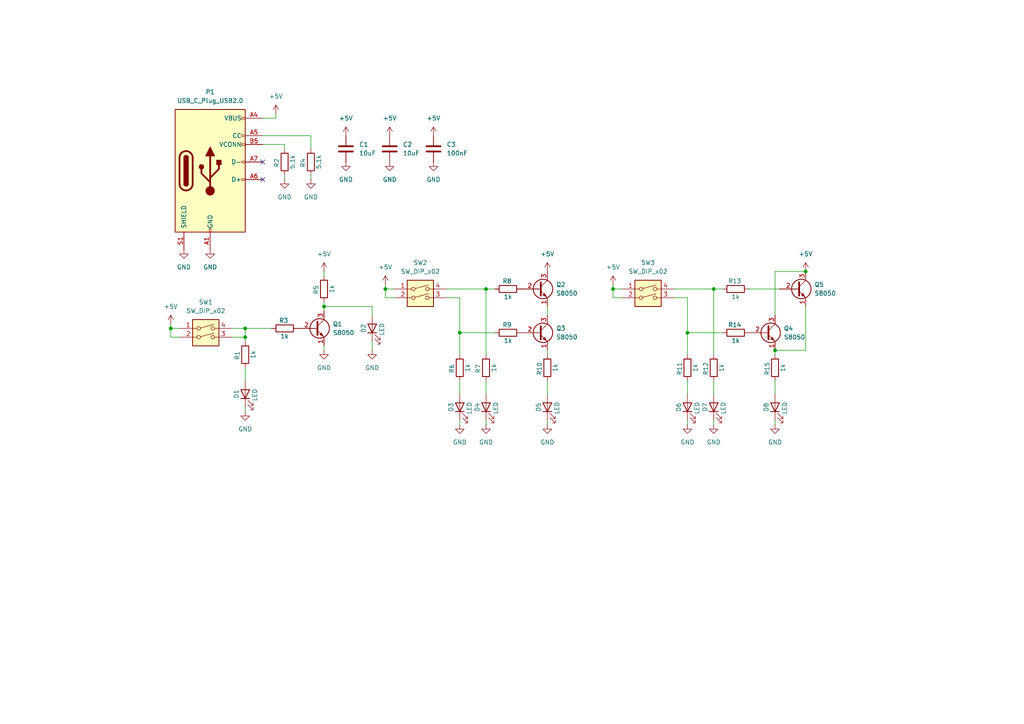
<source format=kicad_sch>
(kicad_sch (version 20231120) (generator "eeschema") (generator_version "8.0")
  (paper "A4")
  (lib_symbols
    (symbol "Connector:USB_C_Plug_USB2.0" (pin_names (offset 1.016))
      (property "Reference" "P" (at -10.16 19.05 0))
      (property "Value" "USB_C_Plug_USB2.0" (at 12.7 19.05 0))
      (symbol "USB_C_Plug_USB2.0_0_0"
        (rectangle (start -0.254 -17.78) (end 0.254 -16.764))
        (rectangle (start 10.16 -2.286) (end 9.144 -2.794))
        (rectangle (start 10.16 2.794) (end 9.144 2.286))
        (rectangle (start 10.16 7.874) (end 9.144 7.366))
        (rectangle (start 10.16 10.414) (end 9.144 9.906))
        (rectangle (start 10.16 15.494) (end 9.144 14.986))
      )
      (symbol "USB_C_Plug_USB2.0_0_1"
        (rectangle (start -10.16 17.78) (end 10.16 -17.78) (stroke (width 0.254)) (fill (type background)))
        (arc (start -8.89 -3.81) (mid -6.985 -5.7067) (end -5.08 -3.81) (stroke (width 0.508)))
        (arc (start -7.62 -3.81) (mid -6.985 -4.4423) (end -6.35 -3.81) (stroke (width 0.254)))
        (arc (start -7.62 -3.81) (mid -6.985 -4.4423) (end -6.35 -3.81) (stroke (width 0.254)) (fill (type outline)))
        (rectangle (start -7.62 -3.81) (end -6.35 3.81) (stroke (width 0.254)) (fill (type outline)))
        (arc (start -6.35 3.81) (mid -6.985 4.4423) (end -7.62 3.81) (stroke (width 0.254)))
        (arc (start -6.35 3.81) (mid -6.985 4.4423) (end -7.62 3.81) (stroke (width 0.254)) (fill (type outline)))
        (arc (start -5.08 3.81) (mid -6.985 5.7067) (end -8.89 3.81) (stroke (width 0.508)))
        (circle (center -2.54 1.143) (radius 0.635) (stroke (width 0.254)) (fill (type outline)))
        (circle (center 0 -5.842) (radius 1.27) (fill (type outline)))
        (polyline (pts (xy -8.89 -3.81) (xy -8.89 3.81)) (stroke (width 0.508)))
        (polyline (pts (xy -5.08 3.81) (xy -5.08 -3.81)) (stroke (width 0.508)))
        (polyline (pts (xy 0 -5.842) (xy 0 4.318)) (stroke (width 0.508)))
        (polyline (pts (xy 0 -3.302) (xy -2.54 -0.762) (xy -2.54 0.508)) (stroke (width 0.508)))
        (polyline (pts (xy 0 -2.032) (xy 2.54 0.508) (xy 2.54 1.778)) (stroke (width 0.508)))
        (polyline (pts (xy -1.27 4.318) (xy 0 6.858) (xy 1.27 4.318) (xy -1.27 4.318)) (stroke (width 0.254)) (fill (type outline)))
        (rectangle (start 1.905 1.778) (end 3.175 3.048) (stroke (width 0.254)) (fill (type outline)))
      )
      (symbol "USB_C_Plug_USB2.0_1_1"
        (pin passive line (at 0 -22.86 90) (length 5.08) (name "GND") (number "A1"))
        (pin passive line (at 0 -22.86 90) (length 5.08) hide (name "GND") (number "A12"))
        (pin passive line (at 15.24 15.24 180) (length 5.08) (name "VBUS") (number "A4"))
        (pin bidirectional line (at 15.24 10.16 180) (length 5.08) (name "CC") (number "A5"))
        (pin bidirectional line (at 15.24 -2.54 180) (length 5.08) (name "D+") (number "A6"))
        (pin bidirectional line (at 15.24 2.54 180) (length 5.08) (name "D-") (number "A7"))
        (pin passive line (at 15.24 15.24 180) (length 5.08) hide (name "VBUS") (number "A9"))
        (pin passive line (at 0 -22.86 90) (length 5.08) hide (name "GND") (number "B1"))
        (pin passive line (at 0 -22.86 90) (length 5.08) hide (name "GND") (number "B12"))
        (pin passive line (at 15.24 15.24 180) (length 5.08) hide (name "VBUS") (number "B4"))
        (pin bidirectional line (at 15.24 7.62 180) (length 5.08) (name "VCONN") (number "B5"))
        (pin passive line (at 15.24 15.24 180) (length 5.08) hide (name "VBUS") (number "B9"))
        (pin passive line (at -7.62 -22.86 90) (length 5.08) (name "SHIELD") (number "S1"))
      )
    )
    (symbol "Device:C" (pin_numbers hide) (pin_names (offset 0.254))
      (property "Reference" "C" (at 0.635 2.54 0))
      (property "Value" "C" (at 0.635 -2.54 0))
      (symbol "C_0_1"
        (polyline (pts (xy -2.032 -0.762) (xy 2.032 -0.762)) (stroke (width 0.508)))
        (polyline (pts (xy -2.032 0.762) (xy 2.032 0.762)) (stroke (width 0.508)))
      )
      (symbol "C_1_1"
        (pin passive line (at 0 3.81 270) (length 2.794) (name "~") (number "1"))
        (pin passive line (at 0 -3.81 90) (length 2.794) (name "~") (number "2"))
      )
    )
    (symbol "Device:LED" (pin_numbers hide) (pin_names (offset 1.016) hide)
      (property "Reference" "D" (at 0 2.54 0))
      (property "Value" "LED" (at 0 -2.54 0))
      (symbol "LED_0_1"
        (polyline (pts (xy -1.27 -1.27) (xy -1.27 1.27)) (stroke (width 0.254)))
        (polyline (pts (xy -1.27 0) (xy 1.27 0)))
        (polyline (pts (xy 1.27 -1.27) (xy 1.27 1.27) (xy -1.27 0) (xy 1.27 -1.27)) (stroke (width 0.254)))
        (polyline (pts (xy -3.048 -0.762) (xy -4.572 -2.286) (xy -3.81 -2.286) (xy -4.572 -2.286) (xy -4.572 -1.524)))
        (polyline (pts (xy -1.778 -0.762) (xy -3.302 -2.286) (xy -2.54 -2.286) (xy -3.302 -2.286) (xy -3.302 -1.524)))
      )
      (symbol "LED_1_1"
        (pin passive line (at -3.81 0 0) (length 2.54) (name "K") (number "1"))
        (pin passive line (at 3.81 0 180) (length 2.54) (name "A") (number "2"))
      )
    )
    (symbol "Device:R" (pin_numbers hide) (pin_names (offset 0))
      (property "Reference" "R" (at 2.032 0 90))
      (property "Value" "R" (at 0 0 90))
      (symbol "R_0_1"
        (rectangle (start -1.016 -2.54) (end 1.016 2.54) (stroke (width 0.254)))
      )
      (symbol "R_1_1"
        (pin passive line (at 0 3.81 270) (length 1.27) (name "~") (number "1"))
        (pin passive line (at 0 -3.81 90) (length 1.27) (name "~") (number "2"))
      )
    )
    (symbol "Switch:SW_DIP_x02" (pin_names (offset 0) hide)
      (property "Reference" "SW" (at 0 6.35 0))
      (property "Value" "SW_DIP_x02" (at 0 -3.81 0))
      (symbol "SW_DIP_x02_0_0"
        (circle (center -2.032 0) (radius 0.508))
        (circle (center -2.032 2.54) (radius 0.508))
        (polyline (pts (xy -1.524 0.127) (xy 2.3622 1.1684)))
        (polyline (pts (xy -1.524 2.667) (xy 2.3622 3.7084)))
        (circle (center 2.032 0) (radius 0.508))
        (circle (center 2.032 2.54) (radius 0.508))
      )
      (symbol "SW_DIP_x02_0_1"
        (rectangle (start -3.81 5.08) (end 3.81 -2.54) (stroke (width 0.254)) (fill (type background)))
      )
      (symbol "SW_DIP_x02_1_1"
        (pin passive line (at -7.62 2.54 0) (length 5.08) (name "~") (number "1"))
        (pin passive line (at -7.62 0 0) (length 5.08) (name "~") (number "2"))
        (pin passive line (at 7.62 0 180) (length 5.08) (name "~") (number "3"))
        (pin passive line (at 7.62 2.54 180) (length 5.08) (name "~") (number "4"))
      )
    )
    (symbol "Transistor_BJT:S8050" (pin_names (offset 0) hide)
      (property "Reference" "Q" (at 5.08 1.905 0))
      (property "Value" "S8050" (at 5.08 0 0))
      (symbol "S8050_0_1"
        (polyline (pts (xy 0 0) (xy 0.635 0)))
        (polyline (pts (xy 0.635 0.635) (xy 2.54 2.54)))
        (polyline (pts (xy 0.635 -0.635) (xy 2.54 -2.54) (xy 2.54 -2.54)))
        (polyline (pts (xy 0.635 1.905) (xy 0.635 -1.905) (xy 0.635 -1.905)) (stroke (width 0.508)))
        (polyline (pts (xy 1.27 -1.778) (xy 1.778 -1.27) (xy 2.286 -2.286) (xy 1.27 -1.778) (xy 1.27 -1.778)) (fill (type outline)))
        (circle (center 1.27 0) (radius 2.8194) (stroke (width 0.254)))
      )
      (symbol "S8050_1_1"
        (pin passive line (at 2.54 -5.08 90) (length 2.54) (name "E") (number "1"))
        (pin input line (at -5.08 0 0) (length 5.08) (name "B") (number "2"))
        (pin passive line (at 2.54 5.08 270) (length 2.54) (name "C") (number "3"))
      )
    )
    (symbol "power:+5V" (power) (pin_numbers hide) (pin_names (offset 0) hide)
      (property "Value" "+5V" (at 0 3.556 0))
      (symbol "+5V_0_1"
        (polyline (pts (xy -0.762 1.27) (xy 0 2.54)))
        (polyline (pts (xy 0 0) (xy 0 2.54)))
        (polyline (pts (xy 0 2.54) (xy 0.762 1.27)))
      )
      (symbol "+5V_1_1"
        (pin power_in line (at 0 0 90) (length 0) (name "~") (number "1"))
      )
    )
    (symbol "power:GND" (power) (pin_numbers hide) (pin_names (offset 0) hide)
      (property "Value" "GND" (at 0 -3.81 0))
      (symbol "GND_0_1"
        (polyline (pts (xy 0 0) (xy 0 -1.27) (xy 1.27 -1.27) (xy 0 -2.54) (xy -1.27 -1.27) (xy 0 -1.27)))
      )
      (symbol "GND_1_1"
        (pin power_in line (at 0 0 270) (length 0) (name "~") (number "1"))
      )
    )
  )
  (junction (at 93.98 88.9))
  (junction (at 140.97 83.82))
  (junction (at 207.01 83.82))
  (junction (at 199.39 96.52))
  (junction (at 233.68 78.74))
  (junction (at 71.12 97.79))
  (junction (at 111.76 83.82))
  (junction (at 71.12 95.25))
  (junction (at 49.53 95.25))
  (junction (at 224.79 101.6))
  (junction (at 177.8 83.82))
  (junction (at 133.35 96.52))
  (no_connect (at 76.2 46.99))
  (no_connect (at 76.2 52.07))
  (wire (pts (xy 111.76 86.36) (xy 114.3 86.36)))
  (wire (pts (xy 133.35 96.52) (xy 143.51 96.52)))
  (wire (pts (xy 158.75 88.9) (xy 158.75 91.44)))
  (wire (pts (xy 133.35 86.36) (xy 133.35 96.52)))
  (wire (pts (xy 140.97 83.82) (xy 140.97 102.87)))
  (wire (pts (xy 111.76 82.55) (xy 111.76 83.82)))
  (wire (pts (xy 93.98 78.74) (xy 93.98 80.01)))
  (wire (pts (xy 71.12 95.25) (xy 71.12 97.79)))
  (wire (pts (xy 177.8 83.82) (xy 177.8 86.36)))
  (wire (pts (xy 71.12 118.11) (xy 71.12 119.38)))
  (wire (pts (xy 107.95 99.06) (xy 107.95 101.6)))
  (wire (pts (xy 82.55 52.07) (xy 82.55 50.8)))
  (wire (pts (xy 107.95 88.9) (xy 93.98 88.9)))
  (wire (pts (xy 76.2 41.91) (xy 82.55 41.91)))
  (wire (pts (xy 90.17 50.8) (xy 90.17 52.07)))
  (wire (pts (xy 199.39 110.49) (xy 199.39 114.3)))
  (wire (pts (xy 224.79 78.74) (xy 233.68 78.74)))
  (wire (pts (xy 129.54 83.82) (xy 140.97 83.82)))
  (wire (pts (xy 93.98 100.33) (xy 93.98 101.6)))
  (wire (pts (xy 207.01 121.92) (xy 207.01 123.19)))
  (wire (pts (xy 177.8 83.82) (xy 180.34 83.82)))
  (wire (pts (xy 129.54 86.36) (xy 133.35 86.36)))
  (wire (pts (xy 158.75 121.92) (xy 158.75 123.19)))
  (wire (pts (xy 133.35 102.87) (xy 133.35 96.52)))
  (wire (pts (xy 140.97 121.92) (xy 140.97 123.19)))
  (wire (pts (xy 49.53 95.25) (xy 52.07 95.25)))
  (wire (pts (xy 80.01 33.02) (xy 80.01 34.29)))
  (wire (pts (xy 133.35 121.92) (xy 133.35 123.19)))
  (wire (pts (xy 49.53 95.25) (xy 49.53 97.79)))
  (wire (pts (xy 90.17 39.37) (xy 90.17 43.18)))
  (wire (pts (xy 140.97 83.82) (xy 143.51 83.82)))
  (wire (pts (xy 93.98 88.9) (xy 93.98 90.17)))
  (wire (pts (xy 80.01 34.29) (xy 76.2 34.29)))
  (wire (pts (xy 207.01 83.82) (xy 209.55 83.82)))
  (wire (pts (xy 82.55 43.18) (xy 82.55 41.91)))
  (wire (pts (xy 207.01 83.82) (xy 207.01 102.87)))
  (wire (pts (xy 71.12 97.79) (xy 71.12 99.06)))
  (wire (pts (xy 76.2 39.37) (xy 90.17 39.37)))
  (wire (pts (xy 199.39 121.92) (xy 199.39 123.19)))
  (wire (pts (xy 107.95 88.9) (xy 107.95 91.44)))
  (wire (pts (xy 49.53 97.79) (xy 52.07 97.79)))
  (wire (pts (xy 224.79 101.6) (xy 224.79 102.87)))
  (wire (pts (xy 224.79 110.49) (xy 224.79 114.3)))
  (wire (pts (xy 93.98 88.9) (xy 93.98 87.63)))
  (wire (pts (xy 111.76 83.82) (xy 111.76 86.36)))
  (wire (pts (xy 224.79 91.44) (xy 224.79 78.74)))
  (wire (pts (xy 195.58 86.36) (xy 199.39 86.36)))
  (wire (pts (xy 111.76 83.82) (xy 114.3 83.82)))
  (wire (pts (xy 199.39 86.36) (xy 199.39 96.52)))
  (wire (pts (xy 177.8 86.36) (xy 180.34 86.36)))
  (wire (pts (xy 199.39 96.52) (xy 209.55 96.52)))
  (wire (pts (xy 133.35 110.49) (xy 133.35 114.3)))
  (wire (pts (xy 195.58 83.82) (xy 207.01 83.82)))
  (wire (pts (xy 233.68 88.9) (xy 233.68 101.6)))
  (wire (pts (xy 158.75 101.6) (xy 158.75 102.87)))
  (wire (pts (xy 67.31 97.79) (xy 71.12 97.79)))
  (wire (pts (xy 207.01 110.49) (xy 207.01 114.3)))
  (wire (pts (xy 140.97 110.49) (xy 140.97 114.3)))
  (wire (pts (xy 49.53 93.98) (xy 49.53 95.25)))
  (wire (pts (xy 158.75 110.49) (xy 158.75 114.3)))
  (wire (pts (xy 233.68 101.6) (xy 224.79 101.6)))
  (wire (pts (xy 67.31 95.25) (xy 71.12 95.25)))
  (wire (pts (xy 217.17 83.82) (xy 226.06 83.82)))
  (wire (pts (xy 71.12 106.68) (xy 71.12 110.49)))
  (wire (pts (xy 224.79 121.92) (xy 224.79 123.19)))
  (wire (pts (xy 199.39 102.87) (xy 199.39 96.52)))
  (wire (pts (xy 71.12 95.25) (xy 78.74 95.25)))
  (wire (pts (xy 177.8 82.55) (xy 177.8 83.82)))
  (symbol (lib_id "Connector:USB_C_Plug_USB2.0") (at 60.96 49.53 0) (unit 1)
    (property "Reference" "P1" (at 60.96 26.67 0))
    (property "Value" "USB_C_Plug_USB2.0" (at 60.96 29.21 0))
    (property "Footprint" "Connector_USB:USB_C_Receptacle_JAE_DX07S016JA1R1500" (effects (hide yes)))
    (property "Datasheet" "https://www.usb.org/sites/default/files/documents/usb_type-c.zip" (effects (hide yes)))
    (property "Description" "USB 2.0-only Type-C Plug connector" (effects (hide yes)))
  )
  (symbol (lib_id "Device:R") (at 90.17 46.99 180) (unit 1)
    (property "Reference" "R4" (at 87.884 47.244 90))
    (property "Value" "5.1k" (at 92.456 46.99 90))
    (property "Footprint" "Resistor_SMD:R_0603_1608Metric" (effects (hide yes)))
    (property "Description" "Resistor" (effects (hide yes)))
  )
  (symbol (lib_id "Device:R") (at 147.32 83.82 90) (unit 1)
    (property "Reference" "R8" (at 147.066 81.534 90))
    (property "Value" "1k" (at 147.32 86.106 90))
    (property "Footprint" "Resistor_SMD:R_0603_1608Metric" (effects (hide yes)))
    (property "Description" "Resistor" (effects (hide yes)))
  )
  (symbol (lib_id "Device:R") (at 199.39 106.68 180) (unit 1)
    (property "Reference" "R11" (at 197.104 106.934 90))
    (property "Value" "1k" (at 201.676 106.68 90))
    (property "Footprint" "Resistor_SMD:R_0603_1608Metric" (effects (hide yes)))
    (property "Description" "Resistor" (effects (hide yes)))
  )
  (symbol (lib_id "Device:C") (at 125.73 43.18 0) (unit 1)
    (property "Reference" "C3" (at 129.54 41.9099 0) (effects (justify left)))
    (property "Value" "100nF" (at 129.54 44.4499 0) (effects (justify left)))
    (property "Footprint" "Capacitor_SMD:C_0805_2012Metric" (effects (hide yes)))
    (property "Description" "Unpolarized capacitor" (effects (hide yes)))
  )
  (symbol (lib_id "Device:LED") (at 140.97 118.11 90) (unit 1)
    (property "Reference" "D4" (at 138.43 118.11 0))
    (property "Value" "LED" (at 143.764 118.364 0))
    (property "Footprint" "LED_SMD:LED_0603_1608Metric" (effects (hide yes)))
    (property "Description" "Light emitting diode" (effects (hide yes)))
  )
  (symbol (lib_id "Device:R") (at 207.01 106.68 180) (unit 1)
    (property "Reference" "R12" (at 204.724 106.934 90))
    (property "Value" "1k" (at 209.296 106.68 90))
    (property "Footprint" "Resistor_SMD:R_0603_1608Metric" (effects (hide yes)))
    (property "Description" "Resistor" (effects (hide yes)))
  )
  (symbol (lib_id "power:+5V") (at 100.33 39.37 0) (unit 1)
    (property "Reference" "#PWR010" (effects (hide yes)))
    (property "Value" "+5V" (at 100.33 34.29 0))
    (property "Description" "Power symbol creates a global label with name \"+5V\"" (effects (hide yes)))
  )
  (symbol (lib_id "Device:C") (at 113.03 43.18 0) (unit 1)
    (property "Reference" "C2" (at 116.84 41.9099 0) (effects (justify left)))
    (property "Value" "10uF" (at 116.84 44.4499 0) (effects (justify left)))
    (property "Footprint" "Capacitor_SMD:C_0805_2012Metric" (effects (hide yes)))
    (property "Description" "Unpolarized capacitor" (effects (hide yes)))
  )
  (symbol (lib_id "Switch:SW_DIP_x02") (at 187.96 86.36 0) (unit 1)
    (property "Reference" "SW3" (at 187.96 76.2 0))
    (property "Value" "SW_DIP_x02" (at 187.96 78.74 0))
    (property "Footprint" "Button_Switch_THT:SW_DIP_SPSTx02_Slide_9.78x7.26mm_W7.62mm_P2.54mm" (effects (hide yes)))
    (property "Description" "2x DIP Switch, Single Pole Single Throw (SPST) switch, small symbol" (effects (hide yes)))
  )
  (symbol (lib_id "power:GND") (at 90.17 52.07 0) (unit 1)
    (property "Reference" "#PWR07" (effects (hide yes)))
    (property "Value" "GND" (at 90.17 57.15 0))
    (property "Description" "Power symbol creates a global label with name \"GND\" , ground" (effects (hide yes)))
  )
  (symbol (lib_id "Device:R") (at 82.55 46.99 180) (unit 1)
    (property "Reference" "R2" (at 80.264 47.244 90))
    (property "Value" "5.1k" (at 84.836 46.99 90))
    (property "Footprint" "Resistor_SMD:R_0603_1608Metric" (effects (hide yes)))
    (property "Description" "Resistor" (effects (hide yes)))
  )
  (symbol (lib_id "Transistor_BJT:S8050") (at 91.44 95.25 0) (unit 1)
    (property "Reference" "Q1" (at 96.52 93.9799 0) (effects (justify left)))
    (property "Value" "S8050" (at 96.52 96.5199 0) (effects (justify left)))
    (property "Footprint" "Package_TO_SOT_SMD:SOT-23" (effects (hide yes)))
    (property "Datasheet" "http://www.unisonic.com.tw/datasheet/S8050.pdf" (effects (hide yes)))
    (property "Description" "0.7A Ic, 20V Vce, Low Voltage High Current NPN Transistor, TO-92" (effects (hide yes)))
  )
  (symbol (lib_id "power:GND") (at 224.79 123.19 0) (unit 1)
    (property "Reference" "#PWR025" (effects (hide yes)))
    (property "Value" "GND" (at 224.79 128.27 0))
    (property "Description" "Power symbol creates a global label with name \"GND\" , ground" (effects (hide yes)))
  )
  (symbol (lib_id "Device:LED") (at 207.01 118.11 90) (unit 1)
    (property "Reference" "D7" (at 204.47 118.11 0))
    (property "Value" "LED" (at 209.804 118.364 0))
    (property "Footprint" "LED_SMD:LED_0603_1608Metric" (effects (hide yes)))
    (property "Description" "Light emitting diode" (effects (hide yes)))
  )
  (symbol (lib_id "Device:LED") (at 107.95 95.25 90) (unit 1)
    (property "Reference" "D2" (at 105.41 95.25 0))
    (property "Value" "LED" (at 110.744 95.504 0))
    (property "Footprint" "LED_SMD:LED_0603_1608Metric" (effects (hide yes)))
    (property "Description" "Light emitting diode" (effects (hide yes)))
  )
  (symbol (lib_id "Device:R") (at 133.35 106.68 180) (unit 1)
    (property "Reference" "R6" (at 131.064 106.934 90))
    (property "Value" "1k" (at 135.636 106.68 90))
    (property "Footprint" "Resistor_SMD:R_0603_1608Metric" (effects (hide yes)))
    (property "Description" "Resistor" (effects (hide yes)))
  )
  (symbol (lib_id "power:+5V") (at 111.76 82.55 0) (unit 1)
    (property "Reference" "#PWR013" (effects (hide yes)))
    (property "Value" "+5V" (at 111.76 77.47 0))
    (property "Description" "Power symbol creates a global label with name \"+5V\"" (effects (hide yes)))
  )
  (symbol (lib_id "power:GND") (at 60.96 72.39 0) (unit 1)
    (property "Reference" "#PWR03" (effects (hide yes)))
    (property "Value" "GND" (at 60.96 77.47 0))
    (property "Description" "Power symbol creates a global label with name \"GND\" , ground" (effects (hide yes)))
  )
  (symbol (lib_id "power:+5V") (at 93.98 78.74 0) (unit 1)
    (property "Reference" "#PWR08" (effects (hide yes)))
    (property "Value" "+5V" (at 93.98 73.66 0))
    (property "Description" "Power symbol creates a global label with name \"+5V\"" (effects (hide yes)))
  )
  (symbol (lib_id "power:GND") (at 107.95 101.6 0) (unit 1)
    (property "Reference" "#PWR012" (effects (hide yes)))
    (property "Value" "GND" (at 107.95 106.68 0))
    (property "Description" "Power symbol creates a global label with name \"GND\" , ground" (effects (hide yes)))
  )
  (symbol (lib_id "Transistor_BJT:S8050") (at 156.21 96.52 0) (unit 1)
    (property "Reference" "Q3" (at 161.29 95.2499 0) (effects (justify left)))
    (property "Value" "S8050" (at 161.29 97.7899 0) (effects (justify left)))
    (property "Footprint" "Package_TO_SOT_SMD:SOT-23" (effects (hide yes)))
    (property "Datasheet" "http://www.unisonic.com.tw/datasheet/S8050.pdf" (effects (hide yes)))
    (property "Description" "0.7A Ic, 20V Vce, Low Voltage High Current NPN Transistor, TO-92" (effects (hide yes)))
  )
  (symbol (lib_id "Device:R") (at 224.79 106.68 180) (unit 1)
    (property "Reference" "R15" (at 222.504 106.934 90))
    (property "Value" "1k" (at 227.076 106.68 90))
    (property "Footprint" "Resistor_SMD:R_0603_1608Metric" (effects (hide yes)))
    (property "Description" "Resistor" (effects (hide yes)))
  )
  (symbol (lib_id "power:GND") (at 199.39 123.19 0) (unit 1)
    (property "Reference" "#PWR023" (effects (hide yes)))
    (property "Value" "GND" (at 199.39 128.27 0))
    (property "Description" "Power symbol creates a global label with name \"GND\" , ground" (effects (hide yes)))
  )
  (symbol (lib_id "Transistor_BJT:S8050") (at 156.21 83.82 0) (unit 1)
    (property "Reference" "Q2" (at 161.29 82.5499 0) (effects (justify left)))
    (property "Value" "S8050" (at 161.29 85.0899 0) (effects (justify left)))
    (property "Footprint" "Package_TO_SOT_SMD:SOT-23" (effects (hide yes)))
    (property "Datasheet" "http://www.unisonic.com.tw/datasheet/S8050.pdf" (effects (hide yes)))
    (property "Description" "0.7A Ic, 20V Vce, Low Voltage High Current NPN Transistor, TO-92" (effects (hide yes)))
  )
  (symbol (lib_id "Device:LED") (at 133.35 118.11 90) (unit 1)
    (property "Reference" "D3" (at 130.81 118.11 0))
    (property "Value" "LED" (at 136.144 118.364 0))
    (property "Footprint" "LED_SMD:LED_0603_1608Metric" (effects (hide yes)))
    (property "Description" "Light emitting diode" (effects (hide yes)))
  )
  (symbol (lib_id "Device:R") (at 158.75 106.68 180) (unit 1)
    (property "Reference" "R10" (at 156.464 106.934 90))
    (property "Value" "1k" (at 161.036 106.68 90))
    (property "Footprint" "Resistor_SMD:R_0603_1608Metric" (effects (hide yes)))
    (property "Description" "Resistor" (effects (hide yes)))
  )
  (symbol (lib_id "power:GND") (at 100.33 46.99 0) (unit 1)
    (property "Reference" "#PWR011" (effects (hide yes)))
    (property "Value" "GND" (at 100.33 52.07 0))
    (property "Description" "Power symbol creates a global label with name \"GND\" , ground" (effects (hide yes)))
  )
  (symbol (lib_id "power:GND") (at 93.98 101.6 0) (unit 1)
    (property "Reference" "#PWR09" (effects (hide yes)))
    (property "Value" "GND" (at 93.98 106.68 0))
    (property "Description" "Power symbol creates a global label with name \"GND\" , ground" (effects (hide yes)))
  )
  (symbol (lib_id "power:GND") (at 113.03 46.99 0) (unit 1)
    (property "Reference" "#PWR015" (effects (hide yes)))
    (property "Value" "GND" (at 113.03 52.07 0))
    (property "Description" "Power symbol creates a global label with name \"GND\" , ground" (effects (hide yes)))
  )
  (symbol (lib_id "Switch:SW_DIP_x02") (at 59.69 97.79 0) (unit 1)
    (property "Reference" "SW1" (at 59.69 87.63 0))
    (property "Value" "SW_DIP_x02" (at 59.69 90.17 0))
    (property "Footprint" "Button_Switch_THT:SW_DIP_SPSTx02_Slide_9.78x7.26mm_W7.62mm_P2.54mm" (effects (hide yes)))
    (property "Description" "2x DIP Switch, Single Pole Single Throw (SPST) switch, small symbol" (effects (hide yes)))
  )
  (symbol (lib_id "power:GND") (at 53.34 72.39 0) (unit 1)
    (property "Reference" "#PWR02" (effects (hide yes)))
    (property "Value" "GND" (at 53.34 77.47 0))
    (property "Description" "Power symbol creates a global label with name \"GND\" , ground" (effects (hide yes)))
  )
  (symbol (lib_id "power:GND") (at 140.97 123.19 0) (unit 1)
    (property "Reference" "#PWR019" (effects (hide yes)))
    (property "Value" "GND" (at 140.97 128.27 0))
    (property "Description" "Power symbol creates a global label with name \"GND\" , ground" (effects (hide yes)))
  )
  (symbol (lib_id "power:GND") (at 158.75 123.19 0) (unit 1)
    (property "Reference" "#PWR021" (effects (hide yes)))
    (property "Value" "GND" (at 158.75 128.27 0))
    (property "Description" "Power symbol creates a global label with name \"GND\" , ground" (effects (hide yes)))
  )
  (symbol (lib_id "power:GND") (at 133.35 123.19 0) (unit 1)
    (property "Reference" "#PWR018" (effects (hide yes)))
    (property "Value" "GND" (at 133.35 128.27 0))
    (property "Description" "Power symbol creates a global label with name \"GND\" , ground" (effects (hide yes)))
  )
  (symbol (lib_id "Device:R") (at 213.36 83.82 90) (unit 1)
    (property "Reference" "R13" (at 213.106 81.534 90))
    (property "Value" "1k" (at 213.36 86.106 90))
    (property "Footprint" "Resistor_SMD:R_0603_1608Metric" (effects (hide yes)))
    (property "Description" "Resistor" (effects (hide yes)))
  )
  (symbol (lib_id "Device:LED") (at 158.75 118.11 90) (unit 1)
    (property "Reference" "D5" (at 156.21 118.11 0))
    (property "Value" "LED" (at 161.544 118.364 0))
    (property "Footprint" "LED_SMD:LED_0603_1608Metric" (effects (hide yes)))
    (property "Description" "Light emitting diode" (effects (hide yes)))
  )
  (symbol (lib_id "Device:R") (at 213.36 96.52 90) (unit 1)
    (property "Reference" "R14" (at 213.106 94.234 90))
    (property "Value" "1k" (at 213.36 98.806 90))
    (property "Footprint" "Resistor_SMD:R_0603_1608Metric" (effects (hide yes)))
    (property "Description" "Resistor" (effects (hide yes)))
  )
  (symbol (lib_id "Device:R") (at 71.12 102.87 180) (unit 1)
    (property "Reference" "R1" (at 68.834 103.124 90))
    (property "Value" "1k" (at 73.406 102.87 90))
    (property "Footprint" "Resistor_SMD:R_0603_1608Metric" (effects (hide yes)))
    (property "Description" "Resistor" (effects (hide yes)))
  )
  (symbol (lib_id "Device:LED") (at 199.39 118.11 90) (unit 1)
    (property "Reference" "D6" (at 196.85 118.11 0))
    (property "Value" "LED" (at 202.184 118.364 0))
    (property "Footprint" "LED_SMD:LED_0603_1608Metric" (effects (hide yes)))
    (property "Description" "Light emitting diode" (effects (hide yes)))
  )
  (symbol (lib_id "Device:C") (at 100.33 43.18 0) (unit 1)
    (property "Reference" "C1" (at 104.14 41.9099 0) (effects (justify left)))
    (property "Value" "10uF" (at 104.14 44.4499 0) (effects (justify left)))
    (property "Footprint" "Capacitor_SMD:C_0805_2012Metric" (effects (hide yes)))
    (property "Description" "Unpolarized capacitor" (effects (hide yes)))
  )
  (symbol (lib_id "power:+5V") (at 113.03 39.37 0) (unit 1)
    (property "Reference" "#PWR014" (effects (hide yes)))
    (property "Value" "+5V" (at 113.03 34.29 0))
    (property "Description" "Power symbol creates a global label with name \"+5V\"" (effects (hide yes)))
  )
  (symbol (lib_id "power:GND") (at 207.01 123.19 0) (unit 1)
    (property "Reference" "#PWR024" (effects (hide yes)))
    (property "Value" "GND" (at 207.01 128.27 0))
    (property "Description" "Power symbol creates a global label with name \"GND\" , ground" (effects (hide yes)))
  )
  (symbol (lib_id "Device:R") (at 93.98 83.82 180) (unit 1)
    (property "Reference" "R5" (at 91.694 84.074 90))
    (property "Value" "1k" (at 96.266 83.82 90))
    (property "Footprint" "Resistor_SMD:R_0603_1608Metric" (effects (hide yes)))
    (property "Description" "Resistor" (effects (hide yes)))
  )
  (symbol (lib_id "Device:LED") (at 224.79 118.11 90) (unit 1)
    (property "Reference" "D8" (at 222.25 118.11 0))
    (property "Value" "LED" (at 227.584 118.364 0))
    (property "Footprint" "LED_SMD:LED_0603_1608Metric" (effects (hide yes)))
    (property "Description" "Light emitting diode" (effects (hide yes)))
  )
  (symbol (lib_id "Device:R") (at 147.32 96.52 90) (unit 1)
    (property "Reference" "R9" (at 147.066 94.234 90))
    (property "Value" "1k" (at 147.32 98.806 90))
    (property "Footprint" "Resistor_SMD:R_0603_1608Metric" (effects (hide yes)))
    (property "Description" "Resistor" (effects (hide yes)))
  )
  (symbol (lib_id "Transistor_BJT:S8050") (at 222.25 96.52 0) (unit 1)
    (property "Reference" "Q4" (at 227.33 95.2499 0) (effects (justify left)))
    (property "Value" "S8050" (at 227.33 97.7899 0) (effects (justify left)))
    (property "Footprint" "Package_TO_SOT_SMD:SOT-23" (effects (hide yes)))
    (property "Datasheet" "http://www.unisonic.com.tw/datasheet/S8050.pdf" (effects (hide yes)))
    (property "Description" "0.7A Ic, 20V Vce, Low Voltage High Current NPN Transistor, TO-92" (effects (hide yes)))
  )
  (symbol (lib_id "Device:LED") (at 71.12 114.3 90) (unit 1)
    (property "Reference" "D1" (at 68.58 114.3 0))
    (property "Value" "LED" (at 73.914 114.554 0))
    (property "Footprint" "LED_SMD:LED_0603_1608Metric" (effects (hide yes)))
    (property "Description" "Light emitting diode" (effects (hide yes)))
  )
  (symbol (lib_id "power:GND") (at 82.55 52.07 0) (unit 1)
    (property "Reference" "#PWR06" (effects (hide yes)))
    (property "Value" "GND" (at 82.55 57.15 0))
    (property "Description" "Power symbol creates a global label with name \"GND\" , ground" (effects (hide yes)))
  )
  (symbol (lib_id "Device:R") (at 82.55 95.25 90) (unit 1)
    (property "Reference" "R3" (at 82.296 92.964 90))
    (property "Value" "1k" (at 82.55 97.536 90))
    (property "Footprint" "Resistor_SMD:R_0603_1608Metric" (effects (hide yes)))
    (property "Description" "Resistor" (effects (hide yes)))
  )
  (symbol (lib_id "power:GND") (at 71.12 119.38 0) (unit 1)
    (property "Reference" "#PWR04" (effects (hide yes)))
    (property "Value" "GND" (at 71.12 124.46 0))
    (property "Description" "Power symbol creates a global label with name \"GND\" , ground" (effects (hide yes)))
  )
  (symbol (lib_id "power:+5V") (at 177.8 82.55 0) (unit 1)
    (property "Reference" "#PWR022" (effects (hide yes)))
    (property "Value" "+5V" (at 177.8 77.47 0))
    (property "Description" "Power symbol creates a global label with name \"+5V\"" (effects (hide yes)))
  )
  (symbol (lib_id "power:GND") (at 125.73 46.99 0) (unit 1)
    (property "Reference" "#PWR017" (effects (hide yes)))
    (property "Value" "GND" (at 125.73 52.07 0))
    (property "Description" "Power symbol creates a global label with name \"GND\" , ground" (effects (hide yes)))
  )
  (symbol (lib_id "power:+5V") (at 233.68 78.74 0) (unit 1)
    (property "Reference" "#PWR026" (effects (hide yes)))
    (property "Value" "+5V" (at 233.68 73.66 0))
    (property "Description" "Power symbol creates a global label with name \"+5V\"" (effects (hide yes)))
  )
  (symbol (lib_id "power:+5V") (at 49.53 93.98 0) (unit 1)
    (property "Reference" "#PWR01" (effects (hide yes)))
    (property "Value" "+5V" (at 49.53 88.9 0))
    (property "Description" "Power symbol creates a global label with name \"+5V\"" (effects (hide yes)))
  )
  (symbol (lib_id "Transistor_BJT:S8050") (at 231.14 83.82 0) (unit 1)
    (property "Reference" "Q5" (at 236.22 82.5499 0) (effects (justify left)))
    (property "Value" "S8050" (at 236.22 85.0899 0) (effects (justify left)))
    (property "Footprint" "Package_TO_SOT_SMD:SOT-23" (effects (hide yes)))
    (property "Datasheet" "http://www.unisonic.com.tw/datasheet/S8050.pdf" (effects (hide yes)))
    (property "Description" "0.7A Ic, 20V Vce, Low Voltage High Current NPN Transistor, TO-92" (effects (hide yes)))
  )
  (symbol (lib_id "power:+5V") (at 125.73 39.37 0) (unit 1)
    (property "Reference" "#PWR016" (effects (hide yes)))
    (property "Value" "+5V" (at 125.73 34.29 0))
    (property "Description" "Power symbol creates a global label with name \"+5V\"" (effects (hide yes)))
  )
  (symbol (lib_id "power:+5V") (at 80.01 33.02 0) (unit 1)
    (property "Reference" "#PWR05" (effects (hide yes)))
    (property "Value" "+5V" (at 80.01 27.94 0))
    (property "Description" "Power symbol creates a global label with name \"+5V\"" (effects (hide yes)))
  )
  (symbol (lib_id "power:+5V") (at 158.75 78.74 0) (unit 1)
    (property "Reference" "#PWR020" (effects (hide yes)))
    (property "Value" "+5V" (at 158.75 73.66 0))
    (property "Description" "Power symbol creates a global label with name \"+5V\"" (effects (hide yes)))
  )
  (symbol (lib_id "Device:R") (at 140.97 106.68 180) (unit 1)
    (property "Reference" "R7" (at 138.684 106.934 90))
    (property "Value" "1k" (at 143.256 106.68 90))
    (property "Footprint" "Resistor_SMD:R_0603_1608Metric" (effects (hide yes)))
    (property "Description" "Resistor" (effects (hide yes)))
  )
  (symbol (lib_id "Switch:SW_DIP_x02") (at 121.92 86.36 0) (unit 1)
    (property "Reference" "SW2" (at 121.92 76.2 0))
    (property "Value" "SW_DIP_x02" (at 121.92 78.74 0))
    (property "Footprint" "Button_Switch_THT:SW_DIP_SPSTx02_Slide_9.78x7.26mm_W7.62mm_P2.54mm" (effects (hide yes)))
    (property "Description" "2x DIP Switch, Single Pole Single Throw (SPST) switch, small symbol" (effects (hide yes)))
  )
)
</source>
